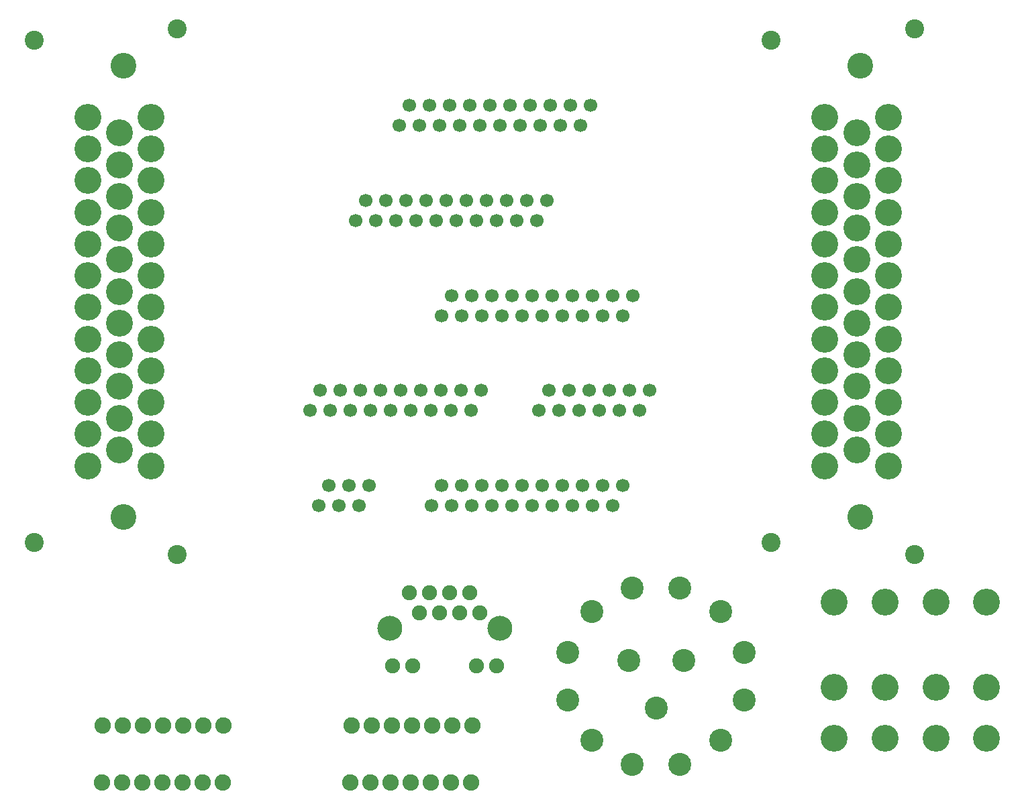
<source format=gbr>
G04 #@! TF.FileFunction,Soldermask,Bot*
%FSLAX46Y46*%
G04 Gerber Fmt 4.6, Leading zero omitted, Abs format (unit mm)*
G04 Created by KiCad (PCBNEW 4.0.7) date 03/25/18 12:40:51*
%MOMM*%
%LPD*%
G01*
G04 APERTURE LIST*
%ADD10C,0.100000*%
%ADD11C,2.076400*%
%ADD12C,3.250000*%
%ADD13C,2.400000*%
%ADD14C,3.400000*%
%ADD15C,1.900000*%
%ADD16C,3.150000*%
%ADD17C,1.700000*%
%ADD18C,2.900000*%
G04 APERTURE END LIST*
D10*
D11*
X79250540Y-139801640D03*
X81790540Y-139801640D03*
X84330540Y-139801640D03*
X86868000Y-139801640D03*
X89408000Y-139801640D03*
X91948000Y-139801640D03*
X94488000Y-139801640D03*
X94388940Y-147000000D03*
X91848940Y-147000000D03*
X89308940Y-147000000D03*
X86771480Y-147000000D03*
X84231480Y-147000000D03*
X81691480Y-147000000D03*
X79151480Y-147000000D03*
X47861600Y-139801640D03*
X50401600Y-139801640D03*
X52941600Y-139801640D03*
X55479060Y-139801640D03*
X58019060Y-139801640D03*
X60559060Y-139801640D03*
X63099060Y-139801640D03*
X63000000Y-147000000D03*
X60460000Y-147000000D03*
X57920000Y-147000000D03*
X55382540Y-147000000D03*
X52842540Y-147000000D03*
X50302540Y-147000000D03*
X47762540Y-147000000D03*
D12*
X50500000Y-113500000D03*
D13*
X57300000Y-118200000D03*
X57300000Y-51800000D03*
X39200000Y-116700000D03*
X39200000Y-53300000D03*
D14*
X54000000Y-91000000D03*
X54000000Y-67000000D03*
X54000000Y-71000000D03*
X54000000Y-75000000D03*
X54000000Y-79000000D03*
X54000000Y-83000000D03*
X54000000Y-87000000D03*
X50000000Y-69000000D03*
X50000000Y-73000000D03*
X50000000Y-81000000D03*
X50000000Y-77000000D03*
X50000000Y-85000000D03*
X50000000Y-89000000D03*
X46000000Y-87000000D03*
X46000000Y-83000000D03*
X46000000Y-75000000D03*
X46000000Y-79000000D03*
X46000000Y-71000000D03*
X46000000Y-67000000D03*
X54000000Y-63000000D03*
X50000000Y-65000000D03*
X46000000Y-63000000D03*
D12*
X50500000Y-56500000D03*
D14*
X46000000Y-91000000D03*
X50000000Y-93000000D03*
X54000000Y-95000000D03*
X46000000Y-95000000D03*
X54000000Y-99000000D03*
X50000000Y-97000000D03*
X46000000Y-99000000D03*
X54000000Y-103000000D03*
X50000000Y-101000000D03*
X46000000Y-103000000D03*
X54000000Y-107000000D03*
X50000000Y-105000000D03*
X46000000Y-107000000D03*
D15*
X97580000Y-132252000D03*
X95040000Y-132252000D03*
X84480000Y-132252000D03*
X87020000Y-132252000D03*
X95480000Y-125622000D03*
X92940000Y-125622000D03*
X90400000Y-125622000D03*
X87860000Y-125622000D03*
X94210000Y-123082000D03*
X91670000Y-123082000D03*
X89130000Y-123082000D03*
X86590000Y-123082000D03*
D16*
X97980000Y-127502000D03*
X84080000Y-127502000D03*
D17*
X109720000Y-85500000D03*
X112260000Y-85500000D03*
X114800000Y-85500000D03*
X107180000Y-85500000D03*
X113530000Y-88040000D03*
X110990000Y-88040000D03*
X108450000Y-88040000D03*
X105910000Y-88040000D03*
X104640000Y-85500000D03*
X103370000Y-88040000D03*
X102100000Y-85500000D03*
X100830000Y-88040000D03*
X99560000Y-85500000D03*
X98290000Y-88040000D03*
X97020000Y-85500000D03*
X95750000Y-88040000D03*
X94480000Y-85500000D03*
X93210000Y-88040000D03*
X91940000Y-85500000D03*
X90670000Y-88040000D03*
D18*
X117694000Y-137572000D03*
X121158000Y-131572000D03*
X114230000Y-131572000D03*
X120670000Y-122464000D03*
X114718000Y-122464000D03*
X114718000Y-144680000D03*
X120670000Y-144680000D03*
X106586000Y-136548000D03*
X106586000Y-130596000D03*
X128802000Y-136548000D03*
X128802000Y-130596000D03*
X125826000Y-125440000D03*
X109562000Y-141704000D03*
X109562000Y-125440000D03*
X125826000Y-141704000D03*
D12*
X143500000Y-113500000D03*
D13*
X150300000Y-118200000D03*
X150300000Y-51800000D03*
X132200000Y-116700000D03*
X132200000Y-53300000D03*
D14*
X147000000Y-91000000D03*
X147000000Y-67000000D03*
X147000000Y-71000000D03*
X147000000Y-75000000D03*
X147000000Y-79000000D03*
X147000000Y-83000000D03*
X147000000Y-87000000D03*
X143000000Y-69000000D03*
X143000000Y-73000000D03*
X143000000Y-81000000D03*
X143000000Y-77000000D03*
X143000000Y-85000000D03*
X143000000Y-89000000D03*
X139000000Y-87000000D03*
X139000000Y-83000000D03*
X139000000Y-75000000D03*
X139000000Y-79000000D03*
X139000000Y-71000000D03*
X139000000Y-67000000D03*
X147000000Y-63000000D03*
X143000000Y-65000000D03*
X139000000Y-63000000D03*
D12*
X143500000Y-56500000D03*
D14*
X139000000Y-91000000D03*
X143000000Y-93000000D03*
X147000000Y-95000000D03*
X139000000Y-95000000D03*
X147000000Y-99000000D03*
X143000000Y-97000000D03*
X139000000Y-99000000D03*
X147000000Y-103000000D03*
X143000000Y-101000000D03*
X139000000Y-103000000D03*
X147000000Y-107000000D03*
X143000000Y-105000000D03*
X139000000Y-107000000D03*
D17*
X76420000Y-109500000D03*
X78960000Y-109500000D03*
X81500000Y-109500000D03*
X80230000Y-112040000D03*
X77690000Y-112040000D03*
X75150000Y-112040000D03*
X108420000Y-109500000D03*
X110960000Y-109500000D03*
X113500000Y-109500000D03*
X105880000Y-109500000D03*
X112230000Y-112040000D03*
X109690000Y-112040000D03*
X107150000Y-112040000D03*
X104610000Y-112040000D03*
X103340000Y-109500000D03*
X102070000Y-112040000D03*
X100800000Y-109500000D03*
X99530000Y-112040000D03*
X98260000Y-109500000D03*
X96990000Y-112040000D03*
X95720000Y-109500000D03*
X94450000Y-112040000D03*
X93180000Y-109500000D03*
X91910000Y-112040000D03*
X90640000Y-109500000D03*
X89370000Y-112040000D03*
X111820000Y-97500000D03*
X114360000Y-97500000D03*
X116900000Y-97500000D03*
X109280000Y-97500000D03*
X115630000Y-100040000D03*
X113090000Y-100040000D03*
X110550000Y-100040000D03*
X108010000Y-100040000D03*
X106740000Y-97500000D03*
X105470000Y-100040000D03*
X104200000Y-97500000D03*
X102930000Y-100040000D03*
X90520000Y-97500000D03*
X93060000Y-97500000D03*
X95600000Y-97500000D03*
X87980000Y-97500000D03*
X94330000Y-100040000D03*
X91790000Y-100040000D03*
X89250000Y-100040000D03*
X86710000Y-100040000D03*
X85440000Y-97500000D03*
X84170000Y-100040000D03*
X82900000Y-97500000D03*
X81630000Y-100040000D03*
X80360000Y-97500000D03*
X79090000Y-100040000D03*
X77820000Y-97500000D03*
X76550000Y-100040000D03*
X75280000Y-97500000D03*
X74010000Y-100040000D03*
X104320000Y-61500000D03*
X106860000Y-61500000D03*
X109400000Y-61500000D03*
X101780000Y-61500000D03*
X108130000Y-64040000D03*
X105590000Y-64040000D03*
X103050000Y-64040000D03*
X100510000Y-64040000D03*
X99240000Y-61500000D03*
X97970000Y-64040000D03*
X96700000Y-61500000D03*
X95430000Y-64040000D03*
X94160000Y-61500000D03*
X92890000Y-64040000D03*
X91620000Y-61500000D03*
X90350000Y-64040000D03*
X89080000Y-61500000D03*
X87810000Y-64040000D03*
X86540000Y-61500000D03*
X85270000Y-64040000D03*
X98820000Y-73500000D03*
X101360000Y-73500000D03*
X103900000Y-73500000D03*
X96280000Y-73500000D03*
X102630000Y-76040000D03*
X100090000Y-76040000D03*
X97550000Y-76040000D03*
X95010000Y-76040000D03*
X93740000Y-73500000D03*
X92470000Y-76040000D03*
X91200000Y-73500000D03*
X89930000Y-76040000D03*
X88660000Y-73500000D03*
X87390000Y-76040000D03*
X86120000Y-73500000D03*
X84850000Y-76040000D03*
X83580000Y-73500000D03*
X82310000Y-76040000D03*
X81040000Y-73500000D03*
X79770000Y-76040000D03*
D14*
X140200000Y-135000000D03*
X140200000Y-124200000D03*
X146600000Y-135000000D03*
X146600000Y-124200000D03*
X153000000Y-135000000D03*
X153000000Y-124200000D03*
X159400000Y-135000000D03*
X159400000Y-124200000D03*
X140200000Y-141400000D03*
X146600000Y-141400000D03*
X153000000Y-141400000D03*
X159400000Y-141400000D03*
M02*

</source>
